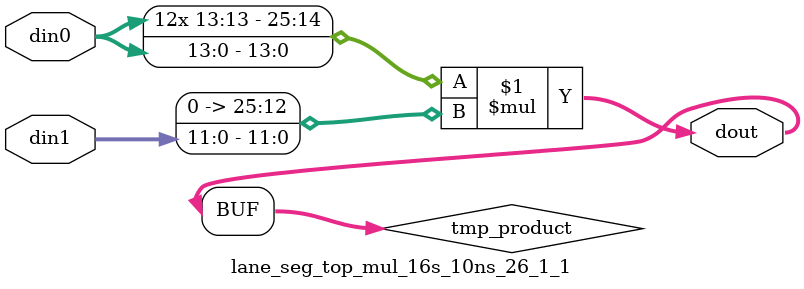
<source format=v>

`timescale 1 ns / 1 ps

  module lane_seg_top_mul_16s_10ns_26_1_1(din0, din1, dout);
parameter ID = 1;
parameter NUM_STAGE = 0;
parameter din0_WIDTH = 14;
parameter din1_WIDTH = 12;
parameter dout_WIDTH = 26;

input [din0_WIDTH - 1 : 0] din0; 
input [din1_WIDTH - 1 : 0] din1; 
output [dout_WIDTH - 1 : 0] dout;

wire signed [dout_WIDTH - 1 : 0] tmp_product;












assign tmp_product = $signed(din0) * $signed({1'b0, din1});









assign dout = tmp_product;







endmodule

</source>
